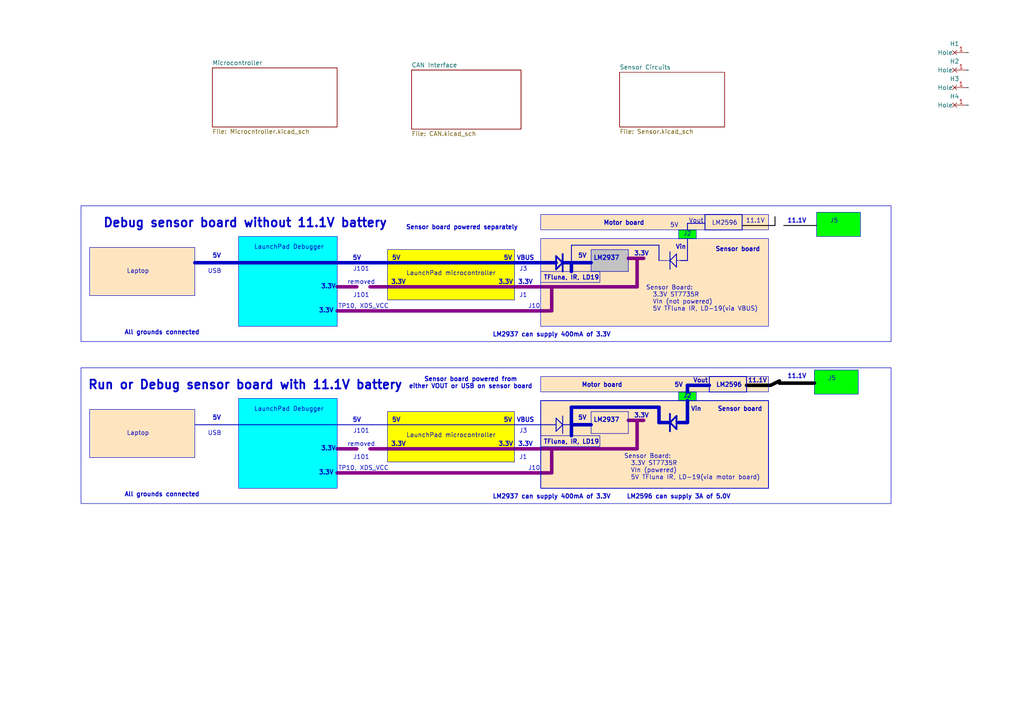
<source format=kicad_sch>
(kicad_sch (version 20250114) (generator "eeschema") (generator_version "9.0")
  (paper "A4")
  (title_block (title "ECE445M Sensor Board") (date "2025-11-19") (rev "v8.0.1") (company "The University of Texas at Austin") (comment 1 "Jonathan Valvano"))
  (lib_symbols
    (symbol "ECE319K:MountingHole"
      (property "Reference" "H" (at 0 0 0))
      (symbol "MountingHole_1_1"
        (pin power_in non_logic (at 0 0 180) (length 3.81) (name "Hole") (number "1"))
      )
    )
  )
  (bezier (pts (xy 196.215 124.46) (xy 196.215 124.46) (xy 194.31 122.555) (xy 194.31 122.555)) (stroke (width 0.508)))
  (rectangle (start 23.495 106.68) (end 258.445 146.05))
  (rectangle (start 69.215 68.58) (end 97.79 94.615) (fill (type color) (color 0 255 255 1)))
  (rectangle (start 236.855 61.595) (end 249.555 68.58) (fill (type color) (color 0 255 0 1)))
  (bezier (pts (xy 161.29 78.105) (xy 161.29 78.105) (xy 161.29 74.295) (xy 161.29 74.295)) (stroke (width 0.508)))
  (bezier (pts (xy 161.29 74.295) (xy 161.29 74.295) (xy 163.195 76.2) (xy 163.195 76.2)) (stroke (width 0.508)))
  (rectangle (start 112.395 119.38) (end 149.225 133.985) (fill (type color) (color 255 255 0 1)))
  (rectangle (start 156.845 78.74) (end 173.99 81.915))
  (rectangle (start 204.47 62.23) (end 215.265 66.675) (stroke (width 0.254)) (fill (type color) (color 255 255 0 1)))
  (bezier (pts (xy 196.215 73.66) (xy 196.215 73.66) (xy 194.31 75.565) (xy 194.31 75.565)) (stroke (width 0.254)))
  (rectangle (start 196.85 113.665) (end 201.93 116.205) (fill (type color) (color 0 255 0 1)))
  (bezier (pts (xy 158.75 123.19) (xy 158.75 123.19) (xy 161.29 123.19) (xy 161.29 123.19)) (stroke (width 0.254)))
  (rectangle (start 171.45 72.39) (end 182.245 78.74) (fill (type color) (color 194 194 194 1)))
  (bezier (pts (xy 158.75 76.2) (xy 158.75 76.2) (xy 161.29 76.2) (xy 161.29 76.2)) (stroke (width 1.016)))
  (rectangle (start 196.85 66.675) (end 201.93 69.215) (fill (type color) (color 0 255 0 1)))
  (rectangle (start 156.845 116.205) (end 222.885 141.605) (stroke (width 0.254)) (fill (type color) (color 255 229 191 1)))
  (rectangle (start 171.45 119.38) (end 182.245 125.73) (fill (type color) (color 194 194 194 1)))
  (rectangle (start 26.035 71.755) (end 56.515 85.725) (fill (type color) (color 255 229 191 1)))
  (bezier (pts (xy 198.755 122.555) (xy 198.755 122.555) (xy 196.215 122.555) (xy 196.215 122.555)))
  (rectangle (start 156.845 126.365) (end 173.99 129.54))
  (bezier (pts (xy 163.195 76.2) (xy 163.195 76.2) (xy 166.37 76.2) (xy 166.37 76.2)) (stroke (width 1.016)))
  (rectangle (start 23.495 59.69) (end 258.445 99.06))
  (bezier (pts (xy 196.215 120.65) (xy 196.215 120.65) (xy 196.215 124.46) (xy 196.215 124.46)) (stroke (width 0.508)))
  (bezier (pts (xy 194.31 78.105) (xy 194.31 78.105) (xy 194.31 73.025) (xy 194.31 73.025)) (stroke (width 0.254)))
  (bezier (pts (xy 161.29 78.105) (xy 161.29 78.105) (xy 163.195 76.2) (xy 163.195 76.2)) (stroke (width 0.508)))
  (bezier (pts (xy 194.31 75.565) (xy 194.31 75.565) (xy 191.135 75.565) (xy 191.135 75.565)))
  (bezier (pts (xy 196.215 73.66) (xy 196.215 73.66) (xy 196.215 77.47) (xy 196.215 77.47)) (stroke (width 0.254)))
  (bezier (pts (xy 194.31 125.095) (xy 194.31 125.095) (xy 194.31 120.015) (xy 194.31 120.015)) (stroke (width 0.508)))
  (rectangle (start 205.74 109.22) (end 216.535 113.665) (stroke (width 0.254)) (fill (type color) (color 255 255 0 1)))
  (bezier (pts (xy 161.29 121.285) (xy 161.29 121.285) (xy 163.195 123.19) (xy 163.195 123.19)) (stroke (width 0.254)))
  (bezier (pts (xy 196.215 77.47) (xy 196.215 77.47) (xy 194.31 75.565) (xy 194.31 75.565)) (stroke (width 0.254)))
  (rectangle (start 69.215 115.57) (end 97.79 141.605) (fill (type color) (color 0 255 255 1)))
  (bezier (pts (xy 163.195 120.65) (xy 163.195 120.65) (xy 163.195 125.73) (xy 163.195 125.73)) (stroke (width 0.254)))
  (bezier (pts (xy 194.31 122.555) (xy 194.31 122.555) (xy 191.135 122.555) (xy 191.135 122.555)) (stroke (width 1.016)))
  (bezier (pts (xy 196.215 120.65) (xy 196.215 120.65) (xy 194.31 122.555) (xy 194.31 122.555)) (stroke (width 0.508)))
  (rectangle (start 156.845 62.23) (end 222.885 66.675) (fill (type color) (color 255 229 191 1)))
  (bezier (pts (xy 161.29 125.095) (xy 161.29 125.095) (xy 161.29 121.285) (xy 161.29 121.285)) (stroke (width 0.254)))
  (bezier (pts (xy 198.755 75.565) (xy 198.755 75.565) (xy 196.215 75.565) (xy 196.215 75.565)))
  (rectangle (start 26.035 118.745) (end 56.515 132.715) (fill (type color) (color 255 229 191 1)))
  (bezier (pts (xy 161.29 125.095) (xy 161.29 125.095) (xy 163.195 123.19) (xy 163.195 123.19)) (stroke (width 0.254)))
  (bezier (pts (xy 163.195 123.19) (xy 163.195 123.19) (xy 166.37 123.19) (xy 166.37 123.19)) (stroke (width 0.254)))
  (rectangle (start 236.22 107.315) (end 248.92 114.3) (fill (type color) (color 0 255 0 1)))
  (bezier (pts (xy 163.195 73.66) (xy 163.195 73.66) (xy 163.195 78.74) (xy 163.195 78.74)) (stroke (width 0.508)))
  (rectangle (start 156.845 109.22) (end 222.885 113.665) (fill (type color) (color 255 229 191 1)))
  (rectangle (start 156.845 69.215) (end 222.885 94.615) (fill (type color) (color 255 229 191 1)))
  (rectangle (start 112.395 72.39) (end 149.225 86.995) (fill (type color) (color 255 255 0 1)))
  (text "LM2596" (at 210.185 64.77 0) (effects (font (size 1.27 1.27))))
  (text "J2" (at 199.39 67.945 0) (effects (font (size 1.27 1.27) (thickness 0.1588))))
  (text "LM2937" (at 175.895 121.92 0) (effects (font (size 1.27 1.27) (thickness 0.254) (bold yes))))
  (text "11.1V" (at 219.075 64.135 0) (effects (font (size 1.27 1.27))))
  (text "5V" (at 147.32 74.93 0) (effects (font (size 1.27 1.27) (thickness 0.254) (bold yes))))
  (text "USB" (at 62.23 125.73 0) (effects (font (size 1.27 1.27))))
  (text "5V" (at 168.91 121.285 0) (effects (font (size 1.27 1.27) (thickness 0.254) (bold yes))))
  (text "5V" (at 62.865 121.285 0) (effects (font (size 1.27 1.27) (thickness 0.254) (bold yes))))
  (text "J10" (at 154.94 135.89 0) (effects (font (size 1.27 1.27))))
  (text "Sensor board powered from\neither VOUT or USB on sensor board" (at 136.525 111.125 0) (effects (font (size 1.27 1.27) (thickness 0.254) (bold yes))))
  (text "LaunchPad microcontroller" (at 130.81 126.365 0) (effects (font (size 1.27 1.27))))
  (text "J1" (at 151.765 85.725 0) (effects (font (size 1.27 1.27))))
  (text "3.3V" (at 94.615 90.17 0) (effects (font (size 1.27 1.27) (thickness 0.254) (bold yes))))
  (text "3.3V" (at 95.25 130.175 0) (effects (font (size 1.27 1.27) (thickness 0.254) (bold yes))))
  (text "11.1V" (at 231.14 64.135 0) (effects (font (size 1.27 1.27) (thickness 0.254) (bold yes))))
  (text "3.3V" (at 95.25 83.185 0) (effects (font (size 1.27 1.27) (thickness 0.254) (bold yes))))
  (text "J5" (at 241.3 109.855 0) (effects (font (size 1.27 1.27))))
  (text "Sensor board powered separately" (at 133.985 66.04 0) (effects (font (size 1.27 1.27) (thickness 0.254) (bold yes))))
  (text "3.3V" (at 146.685 128.905 0) (effects (font (size 1.27 1.27) (thickness 0.254) (bold yes))))
  (text "TFluna, IR, LD19" (at 165.735 128.27 0) (effects (font (size 1.27 1.27) (thickness 0.254) (bold yes))))
  (text "J3" (at 151.765 78.105 0) (effects (font (size 1.27 1.27))))
  (text "LaunchPad Debugger" (at 83.82 118.745 0) (effects (font (size 1.27 1.27))))
  (text "All grounds connected" (at 46.99 96.52 0) (effects (font (size 1.27 1.27) (thickness 0.254) (bold yes))))
  (text "J101" (at 104.775 78.105 0) (effects (font (size 1.27 1.27))))
  (text "3.3V" (at 94.615 137.16 0) (effects (font (size 1.27 1.27) (thickness 0.254) (bold yes))))
  (text "5V" (at 195.58 65.405 0) (effects (font (size 1.27 1.27) (thickness 0.1588))))
  (text "Run or Debug sensor board with 11.1V battery" (at 71.12 111.76 0) (effects (font (size 2.54 2.54) (thickness 0.508) (bold yes))))
  (text "removed" (at 104.775 128.905 0) (effects (font (size 1.27 1.27) (thickness 0.1588))))
  (text "removed" (at 104.775 81.915 0) (effects (font (size 1.27 1.27) (thickness 0.1588))))
  (text "J3" (at 151.765 125.095 0) (effects (font (size 1.27 1.27))))
  (text "Sensor board" (at 213.995 72.39 0) (effects (font (size 1.27 1.27) (thickness 0.254) (bold yes))))
  (text "LaunchPad Debugger" (at 83.82 71.755 0) (effects (font (size 1.27 1.27))))
  (text "LM2937 can supply 400mA of 3.3V" (at 160.02 97.155 0) (effects (font (size 1.27 1.27) (thickness 0.254) (bold yes))))
  (text "3.3V" (at 152.4 128.905 0) (effects (font (size 1.27 1.27) (thickness 0.254) (bold yes))))
  (text "VBUS" (at 152.4 74.93 0) (effects (font (size 1.27 1.27) (thickness 0.254) (bold yes))))
  (text "USB" (at 62.23 78.74 0) (effects (font (size 1.27 1.27))))
  (text "Motor board" (at 174.625 111.76 0) (effects (font (size 1.27 1.27) (thickness 0.254) (bold yes))))
  (text "Motor board" (at 180.975 64.77 0) (effects (font (size 1.27 1.27) (thickness 0.254) (bold yes))))
  (text "J101" (at 104.775 85.725 0) (effects (font (size 1.27 1.27))))
  (text "Vout" (at 203.2 110.49 0) (effects (font (size 1.27 1.27) (thickness 0.254) (bold yes))))
  (text "11.1V" (at 231.14 109.22 0) (effects (font (size 1.27 1.27) (thickness 0.254) (bold yes))))
  (text "3.3V" (at 186.055 73.66 0) (effects (font (size 1.27 1.27) (thickness 0.254) (bold yes))))
  (text "Sensor board" (at 214.63 118.745 0) (effects (font (size 1.27 1.27) (thickness 0.254) (bold yes))))
  (text "Vin" (at 201.93 118.745 0) (effects (font (size 1.27 1.27) (thickness 0.254) (bold yes))))
  (text "5V" (at 196.85 111.76 0) (effects (font (size 1.27 1.27) (thickness 0.254) (bold yes))))
  (text "Vout" (at 201.93 64.135 0) (effects (font (size 1.27 1.27) (thickness 0.1588))))
  (text "J2" (at 199.39 114.935 0) (effects (font (size 1.27 1.27) (thickness 0.254) (bold yes))))
  (text "5V" (at 147.32 121.92 0) (effects (font (size 1.27 1.27) (thickness 0.254) (bold yes))))
  (text "TFluna, IR, LD19" (at 165.735 80.645 0) (effects (font (size 1.27 1.27) (thickness 0.254) (bold yes))))
  (text "LM2596 can supply 3A of 5.0V" (at 196.85 144.145 0) (effects (font (size 1.27 1.27) (thickness 0.254) (bold yes))))
  (text "LaunchPad microcontroller" (at 130.81 79.375 0) (effects (font (size 1.27 1.27))))
  (text "11.1V" (at 219.71 110.49 0) (effects (font (size 1.27 1.27) (thickness 0.254) (bold yes))))
  (text "5V" (at 103.505 121.92 0) (effects (font (size 1.27 1.27) (thickness 0.254) (bold yes))))
  (text "5V" (at 114.935 121.92 0) (effects (font (size 1.27 1.27) (thickness 0.254) (bold yes))))
  (text "LM2937 can supply 400mA of 3.3V" (at 160.02 144.145 0) (effects (font (size 1.27 1.27) (thickness 0.254) (bold yes))))
  (text "TP10, XDS_VCC" (at 105.41 88.9 0) (effects (font (size 1.27 1.27))))
  (text "VBUS" (at 152.4 121.92 0) (effects (font (size 1.27 1.27) (thickness 0.254) (bold yes))))
  (text "J101" (at 104.775 132.715 0) (effects (font (size 1.27 1.27))))
  (text "5V" (at 168.91 74.295 0) (effects (font (size 1.27 1.27) (thickness 0.254) (bold yes))))
  (text "J10" (at 154.94 88.9 0) (effects (font (size 1.27 1.27))))
  (text "LM2937" (at 175.895 74.93 0) (effects (font (size 1.27 1.27) (thickness 0.254) (bold yes))))
  (text "J1" (at 151.765 132.715 0) (effects (font (size 1.27 1.27))))
  (text "TP10, XDS_VCC" (at 105.41 135.89 0) (effects (font (size 1.27 1.27))))
  (text "5V" (at 114.935 74.93 0) (effects (font (size 1.27 1.27) (thickness 0.254) (bold yes))))
  (text "All grounds connected" (at 46.99 143.51 0) (effects (font (size 1.27 1.27) (thickness 0.254) (bold yes))))
  (text "Laptop" (at 40.005 125.73 0) (effects (font (size 1.27 1.27))))
  (text "5V" (at 103.505 74.93 0) (effects (font (size 1.27 1.27) (thickness 0.254) (bold yes))))
  (text "5V" (at 62.865 74.295 0) (effects (font (size 1.27 1.27) (thickness 0.254) (bold yes))))
  (text "3.3V" (at 152.4 81.915 0) (effects (font (size 1.27 1.27) (thickness 0.254) (bold yes))))
  (text "Vin" (at 197.485 71.755 0) (effects (font (size 1.27 1.27) (thickness 0.254) (bold yes))))
  (text "3.3V" (at 146.685 81.915 0) (effects (font (size 1.27 1.27) (thickness 0.254) (bold yes))))
  (text "Laptop" (at 40.005 78.74 0) (effects (font (size 1.27 1.27))))
  (text "3.3V" (at 186.055 120.65 0) (effects (font (size 1.27 1.27) (thickness 0.254) (bold yes))))
  (text "J101" (at 104.775 125.095 0) (effects (font (size 1.27 1.27))))
  (text "J5" (at 241.935 64.135 0) (effects (font (size 1.27 1.27))))
  (text "LM2596" (at 211.455 111.76 0) (effects (font (size 1.27 1.27) (thickness 0.254) (bold yes))))
  (text "Sensor Board: \n  3.3V ST7735R\n  VIn (powered)\n  5V TFluna IR, LD-19(via motor board)\n  " (at 180.975 136.525 0) (effects (font (size 1.27 1.27)) (justify left)))
  (text "3.3V" (at 115.57 81.915 0) (effects (font (size 1.27 1.27) (thickness 0.254) (bold yes))))
  (text "Debug sensor board without 11.1V battery" (at 71.12 64.77 0) (effects (font (size 2.54 2.54) (thickness 0.508) (bold yes))))
  (text "3.3V" (at 115.57 128.905 0) (effects (font (size 1.27 1.27) (thickness 0.254) (bold yes))))
  (text "Sensor Board: \n  3.3V ST7735R\n  VIn (not powered)\n  5V TFluna IR, LD-19(via VBUS)\n  " (at 187.325 87.63 0) (effects (font (size 1.27 1.27)) (justify left)))
  (polyline (pts (xy 56.515 123.19) (xy 107.95 123.19)) (stroke (width 0.254) (type solid)))
  (polyline (pts (xy 227.33 65.405) (xy 236.855 65.405)) (stroke (width 0.254) (type solid) (color 0 0 0 1)))
  (polyline (pts (xy 160.02 130.175) (xy 160.02 137.16)) (stroke (width 1.016) (type solid) (color 132 0 132 1)))
  (polyline (pts (xy 224.79 62.865) (xy 224.79 65.405)) (stroke (width 0.254) (type solid) (color 0 0 0 1)))
  (polyline (pts (xy 107.95 123.19) (xy 149.225 123.19)) (stroke (width 0.254) (type solid)))
  (polyline (pts (xy 165.735 71.12) (xy 165.735 75.565)) (stroke (width 0.254) (type solid)))
  (polyline (pts (xy 107.95 76.2) (xy 149.225 76.2)) (stroke (width 1.016) (type solid)))
  (polyline (pts (xy 165.735 76.2) (xy 165.735 78.74)) (stroke (width 1.016) (type solid)))
  (polyline (pts (xy 149.225 130.175) (xy 158.75 130.175)) (stroke (width 1.016) (type solid) (color 132 0 132 1)))
  (polyline (pts (xy 165.735 118.11) (xy 165.735 123.19)) (stroke (width 1.016) (type solid)))
  (polyline (pts (xy 182.245 121.92) (xy 186.69 121.92)) (stroke (width 1.016) (type solid) (color 132 0 132 1)))
  (polyline (pts (xy 182.245 74.93) (xy 186.69 74.93)) (stroke (width 1.016) (type solid) (color 132 0 132 1)))
  (polyline (pts (xy 199.39 69.215) (xy 199.39 75.565)) (stroke (width 0.254) (type solid)))
  (polyline (pts (xy 160.02 83.185) (xy 160.02 90.17)) (stroke (width 1.016) (type solid) (color 132 0 132 1)))
  (polyline (pts (xy 197.485 75.565) (xy 199.39 75.565)) (stroke (width 0.254) (type solid)))
  (polyline (pts (xy 184.785 83.185) (xy 158.75 83.185)) (stroke (width 1.016) (type solid) (color 132 0 132 1)))
  (polyline (pts (xy 97.79 83.185) (xy 103.505 83.185)) (stroke (width 1.016) (type solid) (color 132 0 132 1)))
  (polyline (pts (xy 199.39 64.77) (xy 204.47 64.77)) (stroke (width 0.254) (type solid)))
  (polyline (pts (xy 165.735 76.2) (xy 171.45 76.2)) (stroke (width 1.016) (type solid)))
  (polyline (pts (xy 149.225 76.2) (xy 158.75 76.2)) (stroke (width 1.016) (type solid)))
  (polyline (pts (xy 184.785 121.92) (xy 184.785 130.175)) (stroke (width 1.016) (type solid) (color 132 0 132 1)))
  (polyline (pts (xy 107.315 130.175) (xy 149.225 130.175)) (stroke (width 1.016) (type solid) (color 132 0 132 1)))
  (polyline (pts (xy 149.225 123.19) (xy 158.75 123.19)) (stroke (width 0.254) (type solid)))
  (polyline (pts (xy 199.39 111.76) (xy 199.39 113.665)) (stroke (width 1.016) (type solid)))
  (polyline (pts (xy 226.06 111.125) (xy 236.22 111.125)) (stroke (width 1.016) (type solid) (color 0 0 0 1)))
  (polyline (pts (xy 165.735 71.12) (xy 191.135 71.12)) (stroke (width 0.254) (type solid)))
  (polyline (pts (xy 149.225 83.185) (xy 158.75 83.185)) (stroke (width 1.016) (type solid) (color 132 0 132 1)))
  (polyline (pts (xy 165.735 123.825) (xy 165.735 126.365)) (stroke (width 1.016) (type solid)))
  (polyline (pts (xy 97.79 90.17) (xy 159.385 90.17)) (stroke (width 1.016) (type solid) (color 132 0 132 1)))
  (polyline (pts (xy 216.535 111.76) (xy 223.52 111.76)) (stroke (width 1.016) (type solid) (color 0 0 0 1)))
  (polyline (pts (xy 199.39 122.555) (xy 196.85 122.555)) (stroke (width 1.016) (type solid)))
  (polyline (pts (xy 191.135 71.12) (xy 191.135 75.565)) (stroke (width 0.254) (type solid)))
  (polyline (pts (xy 184.785 130.175) (xy 158.75 130.175)) (stroke (width 1.016) (type solid) (color 132 0 132 1)))
  (polyline (pts (xy 107.315 83.185) (xy 149.225 83.185)) (stroke (width 1.016) (type solid) (color 132 0 132 1)))
  (polyline (pts (xy 226.06 110.49) (xy 223.52 111.76)) (stroke (width 1.016) (type solid) (color 0 0 0 1)))
  (polyline (pts (xy 56.515 76.2) (xy 107.95 76.2)) (stroke (width 1.016) (type solid)))
  (polyline (pts (xy 199.39 64.77) (xy 199.39 66.675)) (stroke (width 0.254) (type solid)))
  (polyline (pts (xy 184.785 74.93) (xy 184.785 83.185)) (stroke (width 1.016) (type solid) (color 132 0 132 1)))
  (polyline (pts (xy 165.735 123.19) (xy 171.45 123.19)) (stroke (width 1.016) (type solid)))
  (polyline (pts (xy 191.135 118.11) (xy 191.135 122.555)) (stroke (width 1.016) (type solid)))
  (polyline (pts (xy 97.79 137.16) (xy 159.385 137.16)) (stroke (width 1.016) (type solid) (color 132 0 132 1)))
  (polyline (pts (xy 97.79 130.175) (xy 103.505 130.175)) (stroke (width 1.016) (type solid) (color 132 0 132 1)))
  (polyline (pts (xy 199.39 116.205) (xy 199.39 122.555)) (stroke (width 1.016) (type solid)))
  (polyline (pts (xy 199.39 111.76) (xy 205.74 111.76)) (stroke (width 1.016) (type solid)))
  (polyline (pts (xy 215.265 65.405) (xy 224.79 65.405)) (stroke (width 0.254) (type solid) (color 0 0 0 1)))
  (polyline (pts (xy 165.735 118.11) (xy 191.135 118.11)) (stroke (width 1.016) (type solid)))
  (symbol (lib_id "ECE319K:MountingHole") (at 280.67 30.48 0) (unit 1)
    (property "Reference" "H4" (at 276.86 27.94 0))
    (property "Value" "~" (at 280.67 30.48 0))
    (property "Footprint" "ECE319K:MountingHole_4_40" (effects (hide yes)))
  )
  (symbol (lib_id "ECE319K:MountingHole") (at 280.67 20.32 0) (unit 1)
    (property "Reference" "H2" (at 276.86 17.78 0))
    (property "Value" "~" (at 280.67 20.32 0))
    (property "Footprint" "ECE319K:MountingHole_4_40" (effects (hide yes)))
  )
  (symbol (lib_id "ECE319K:MountingHole") (at 280.67 15.24 0) (unit 1)
    (property "Reference" "H1" (at 276.86 12.7 0))
    (property "Value" "~" (at 280.67 15.24 0))
    (property "Footprint" "ECE319K:MountingHole_4_40" (effects (hide yes)))
  )
  (symbol (lib_id "ECE319K:MountingHole") (at 280.67 25.4 0) (unit 1)
    (property "Reference" "H3" (at 276.86 22.86 0))
    (property "Value" "~" (at 280.67 25.4 0))
    (property "Footprint" "ECE319K:MountingHole_4_40" (effects (hide yes)))
  )
  (sheet (at 61.595 19.685) (size 36.195 17.145) (stroke (width 0.1524))
    (property "Sheetname" "Microcontroller" (at 61.595 18.9734 0) (effects (justify left bottom)))
    (property "Sheetfile" "Microcntroller.kicad_sch" (at 61.595 37.4146 0) (effects (justify left top)))
  )
  (sheet (at 179.705 20.955) (size 30.48 15.875) (stroke (width 0.1524))
    (property "Sheetname" "Sensor Circuits" (at 179.705 20.2434 0) (effects (justify left bottom)))
    (property "Sheetfile" "Sensor.kicad_sch" (at 179.705 37.4146 0) (effects (justify left top)))
  )
  (sheet (at 119.38 20.32) (size 31.75 17.145) (stroke (width 0.1524))
    (property "Sheetname" "CAN Interface" (at 119.38 19.6084 0) (effects (justify left bottom)))
    (property "Sheetfile" "CAN.kicad_sch" (at 119.38 38.0496 0) (effects (justify left top)))
  )
)
</source>
